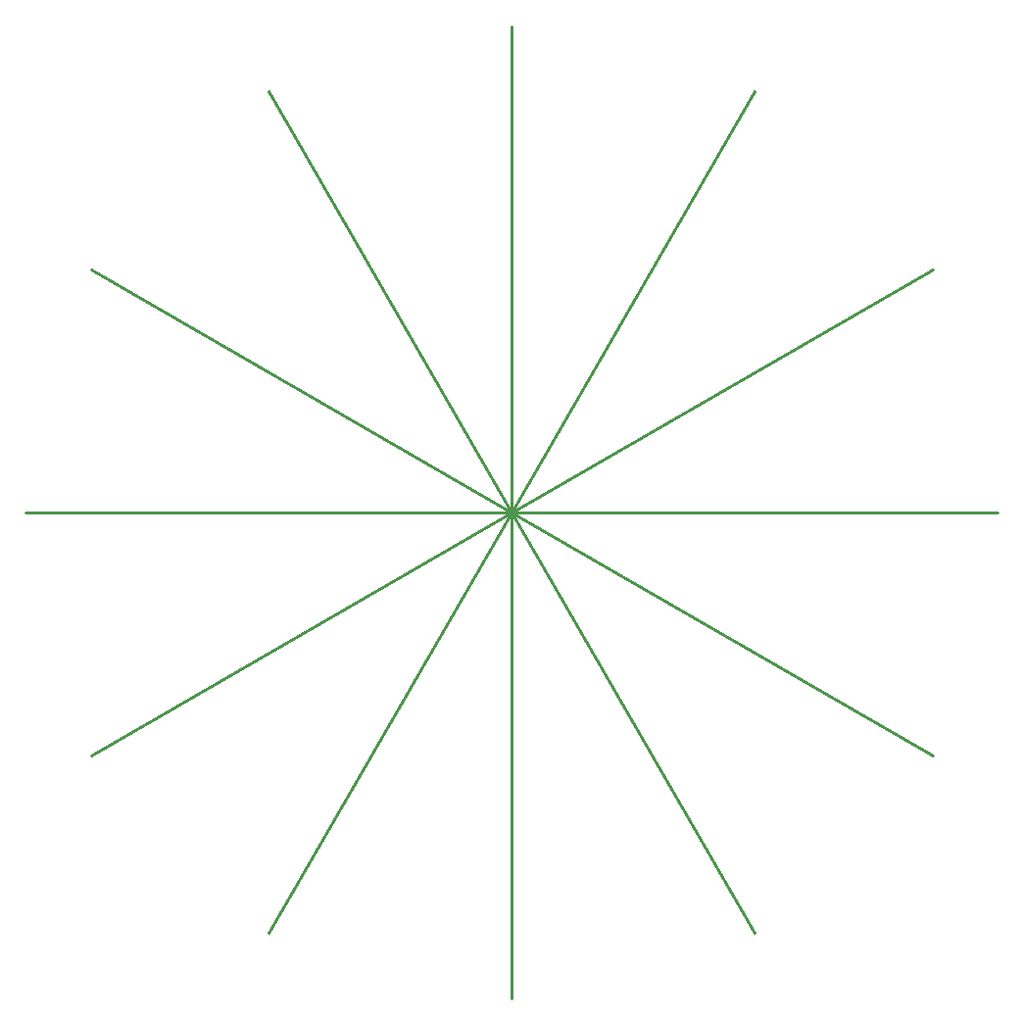
<source format=gbr>
G04 CAM350 V10.2.0 (Build 386) Date:  Sat Feb 01 15:25:49 2025 *
G04 Database: c:\users\comp1\desktop\ajinkya_\gerber data\round 115\round_pcb1.cam *
G04 Layer 41: Layer_41 *
%FSLAX24Y24*%
%MOIN*%
%SFA1.000B1.000*%

%MIA0B0*%
%IPPOS*%
%ADD27C,0.00984*%
%LNLayer_41*%
%LPD*%
G54D27*
X0Y0D02*
G01X-8268Y14320D01*
X0Y0D02*
G01X-14320Y8268D01*
X0Y0D02*
G01X-16535D01*
X0D02*
G01X-14320Y-8268D01*
X0Y0D02*
G01X-8268Y-14320D01*
X0Y0D02*
G01Y-16535D01*
Y0D02*
G01X8268Y-14320D01*
X0Y0D02*
G01X14320Y-8268D01*
X0Y0D02*
G01X14320Y-8268D01*
X0Y0D02*
G01X16535D01*
X0D02*
G01X14320Y8268D01*
X0Y0D02*
G01X8268Y14320D01*
X0Y0D02*
G01Y16535D01*
M02*

</source>
